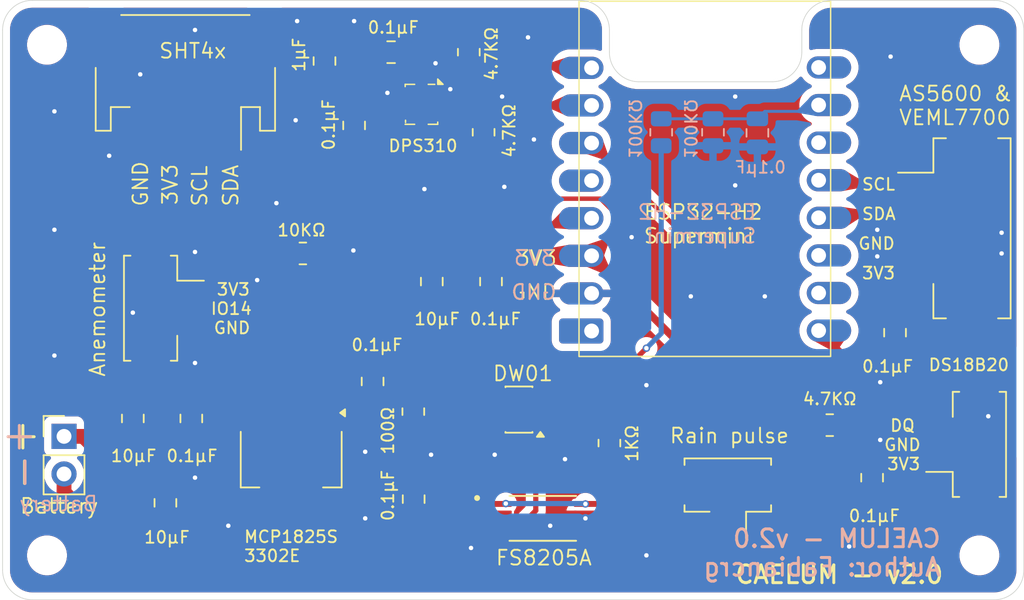
<source format=kicad_pcb>
(kicad_pcb (version 20241229) (generator "pcbnew") (generator_version "9.0")
  (layers (0 "F.Cu" signal) (2 "B.Cu" signal) (13 "F.Paste" user) (15 "B.Paste" user) (5 "F.SilkS" user "F.Silkscreen") (7 "B.SilkS" user "B.Silkscreen") (1 "F.Mask" user) (3 "B.Mask" user) (25 "Edge.Cuts" user))
  (net 0 "")
  (net 1 "Net-(U1-VCC)")
  (net 2 "BATT-")
  (net 3 "OUT-")
  (net 4 "BATT+")
  (net 5 "+3V3")
  (net 6 "Net-(U1-CS)")
  (net 8 "GPIO12")
  (net 9 "SDA")
  (net 10 "SCL")
  (net 12 "SCL_2")
  (net 13 "SDA_2")
  (net 15 "GPIO24")
  (net 16 "Net-(Q1-D12-Pad1)")
  (net 17 "Net-(Q1-G1)")
  (net 18 "Net-(Q1-G2)")
  (net 19 "unconnected-(U3-IO13-Pad5)")
  (net 22 "GPIO4")
  (net 24 "GPIO14")
  (footprint "Capacitor_SMD:C_0805_2012Metric" (layer "F.Cu") (at 72.25 29)
    (property "Reference" "C10" (hide yes))
    (property "Value" "0.1µF")
    (pad "1" smd roundrect (at -0.95 0) (size 1 1.45) (layers "F.Cu" "F.Mask" "F.Paste") (net 3 "OUT-"))
    (pad "2" smd roundrect (at 0.95 0) (size 1 1.45) (layers "F.Cu" "F.Mask" "F.Paste") (net 5 "+3V3"))
  )
  (footprint "Capacitor_SMD:C_0805_2012Metric" (layer "F.Cu") (at 75 44.5 -90)
    (property "Reference" "C7" (hide yes))
    (property "Value" "0.1µF" (hide yes))
    (pad "1" smd roundrect (at -0.95 0 270) (size 1 1.45) (layers "F.Cu" "F.Mask" "F.Paste") (net 5 "+3V3"))
    (pad "2" smd roundrect (at 0.95 0 270) (size 1 1.45) (layers "F.Cu" "F.Mask" "F.Paste") (net 3 "OUT-"))
  )
  (footprint "MountingHole:MountingHole_2.2mm_M2" (layer "F.Cu") (at 49 63)
    (property "Reference" "H2" (hide yes))
    (property "Value" "MountingHole" (hide yes))
    (pad "" np_thru_hole circle (at 0 0) (size 2.2 2.2) (drill 2.2) (layers "*.Cu" "*.Mask"))
  )
  (footprint "MountingHole:MountingHole_2.2mm_M2" (layer "F.Cu") (at 112 28.5)
    (property "Reference" "H3" (hide yes))
    (property "Value" "MountingHole" (hide yes))
    (pad "" np_thru_hole circle (at 0 0) (size 2.2 2.2) (drill 2.2) (layers "*.Cu" "*.Mask"))
  )
  (footprint "Capacitor_SMD:C_0805_2012Metric" (layer "F.Cu") (at 54.8 53.75 90)
    (property "Reference" "C4" (hide yes))
    (property "Value" "10µF")
    (pad "1" smd roundrect (at -0.95 0 90) (size 1 1.45) (layers "F.Cu" "F.Mask" "F.Paste") (net 3 "OUT-"))
    (pad "2" smd roundrect (at 0.95 0 90) (size 1 1.45) (layers "F.Cu" "F.Mask" "F.Paste") (net 5 "+3V3"))
  )
  (footprint "Connector_Hirose:Hirose_DF13C_CL535-0402-2-51_1x02-1MP_P1.25mm_Vertical" (layer "F.Cu") (at 95 59.5 180)
    (property "Reference" "J3" (hide yes))
    (property "Value" "Pulse1" (hide yes))
    (pad "1" smd rect (at -0.625 -1.45 180) (size 0.7 1.8) (layers "F.Cu" "F.Mask" "F.Paste") (net 8 "GPIO12"))
    (pad "2" smd rect (at 0.625 -1.45 180) (size 0.7 1.8) (layers "F.Cu" "F.Mask" "F.Paste") (net 5 "+3V3"))
    (pad "MP" smd rect (at -2.875 1.25 180) (size 1.6 2.2) (layers "F.Cu" "F.Mask" "F.Paste"))
    (pad "MP" smd rect (at 2.875 1.25 180) (size 1.6 2.2) (layers "F.Cu" "F.Mask" "F.Paste"))
  )
  (footprint "Resistor_SMD:R_0805_2012Metric" (layer "F.Cu") (at 77.5 29 90)
    (property "Reference" "R6" (hide yes))
    (property "Value" "4.7K")
    (pad "1" smd roundrect (at -0.9125 0 90) (size 1.025 1.4) (layers "F.Cu" "F.Mask" "F.Paste") (roundrect_rratio 0.243902) (net 9 "SDA"))
    (pad "2" smd roundrect (at 0.9125 0 90) (size 1.025 1.4) (layers "F.Cu" "F.Mask" "F.Paste") (roundrect_rratio 0.243902) (net 5 "+3V3"))
  )
  (footprint "Resistor_SMD:R_0805_2012Metric" (layer "F.Cu") (at 87 55.4125 -90)
    (property "Reference" "R2" (hide yes))
    (property "Value" "1K")
    (pad "1" smd roundrect (at -0.9125 0 270) (size 1.025 1.4) (layers "F.Cu" "F.Mask" "F.Paste") (roundrect_rratio 0.243902) (net 6 "Net-(U1-CS)"))
    (pad "2" smd roundrect (at 0.9125 0 270) (size 1.025 1.4) (layers "F.Cu" "F.Mask" "F.Paste") (roundrect_rratio 0.243902) (net 3 "OUT-"))
  )
  (footprint "Capacitor_SMD:C_0805_2012Metric" (layer "F.Cu") (at 58.75 53.75 90)
    (property "Reference" "C5" (hide yes))
    (property "Value" "0.1µF" (hide yes))
    (pad "1" smd roundrect (at -0.95 0 90) (size 1 1.45) (layers "F.Cu" "F.Mask" "F.Paste") (net 3 "OUT-"))
    (pad "2" smd roundrect (at 0.95 0 90) (size 1 1.45) (layers "F.Cu" "F.Mask" "F.Paste") (net 5 "+3V3"))
  )
  (footprint "Capacitor_SMD:C_0805_2012Metric" (layer "F.Cu") (at 79 44.5 -90)
    (property "Reference" "C6" (hide yes))
    (property "Value" "10µF")
    (pad "1" smd roundrect (at -0.95 0 270) (size 1 1.45) (layers "F.Cu" "F.Mask" "F.Paste") (net 5 "+3V3"))
    (pad "2" smd roundrect (at 0.95 0 270) (size 1 1.45) (layers "F.Cu" "F.Mask" "F.Paste") (net 3 "OUT-"))
  )
  (footprint "Capacitor_SMD:C_0805_2012Metric" (layer "F.Cu") (at 106.3 47.95 -90)
    (property "Reference" "C13" (hide yes))
    (property "Value" "0.1µF")
    (pad "1" smd roundrect (at -0.95 0 270) (size 1 1.45) (layers "F.Cu" "F.Mask" "F.Paste") (net 5 "+3V3"))
    (pad "2" smd roundrect (at 0.95 0 270) (size 1 1.45) (layers "F.Cu" "F.Mask" "F.Paste") (net 3 "OUT-"))
  )
  (footprint "MountingHole:MountingHole_2.2mm_M2" (layer "F.Cu") (at 49 28.5)
    (property "Reference" "H1" (hide yes))
    (property "Value" "MountingHole" (hide yes))
    (pad "" np_thru_hole circle (at 0 0) (size 2.2 2.2) (drill 2.2) (layers "*.Cu" "*.Mask"))
  )
  (footprint "Resistor_SMD:R_0805_2012Metric" (layer "F.Cu") (at 101.8875 54.2)
    (property "Reference" "R3" (hide yes))
    (property "Value" "4.7K")
    (pad "1" smd roundrect (at -0.9125 0) (size 1.025 1.4) (layers "F.Cu" "F.Mask" "F.Paste") (roundrect_rratio 0.243902) (net 5 "+3V3"))
    (pad "2" smd roundrect (at 0.9125 0) (size 1.025 1.4) (layers "F.Cu" "F.Mask" "F.Paste") (roundrect_rratio 0.243902) (net 15 "GPIO24"))
  )
  (footprint "Capacitor_SMD:C_0805_2012Metric" (layer "F.Cu") (at 57 59.45 90)
    (property "Reference" "C2" (hide yes))
    (property "Value" "10µF")
    (pad "1" smd roundrect (at -0.95 0 90) (size 1 1.45) (layers "F.Cu" "F.Mask" "F.Paste") (net 4 "BATT+"))
    (pad "2" smd roundrect (at 0.95 0 90) (size 1 1.45) (layers "F.Cu" "F.Mask" "F.Paste") (net 3 "OUT-"))
  )
  (footprint "Capacitor_SMD:C_0805_2012Metric" (layer "F.Cu") (at 73.775 59.2 -90)
    (property "Reference" "C1" (hide yes))
    (property "Value" "0.1µF" (hide yes))
    (pad "1" smd roundrect (at -0.95 0 270) (size 1 1.45) (layers "F.Cu" "F.Mask" "F.Paste") (net 1 "Net-(U1-VCC)"))
    (pad "2" smd roundrect (at 0.95 0 270) (size 1 1.45) (layers "F.Cu" "F.Mask" "F.Paste") (net 2 "BATT-"))
  )
  (footprint "FS8205A:SOP65P640X120-8N-FC" (layer "F.Cu") (at 82.5 60.5)
    (property "Reference" "Q1" (hide yes))
    (property "Value" "FS8205A-FC" (hide yes))
    (pad "1" smd roundrect (at -2.88 -0.975) (size 1.56 0.4) (layers "F.Cu" "F.Mask" "F.Paste") (roundrect_rratio 0.125) (net 16 "Net-(Q1-D12-Pad1)") (clearance 0.15))
    (pad "2" smd roundrect (at -2.88 -0.325) (size 1.56 0.4) (layers "F.Cu" "F.Mask" "F.Paste") (roundrect_rratio 0.125) (net 2 "BATT-") (clearance 0.15))
    (pad "3" smd roundrect (at -2.88 0.325) (size 1.56 0.4) (layers "F.Cu" "F.Mask" "F.Paste") (roundrect_rratio 0.125) (net 2 "BATT-") (clearance 0.15))
    (pad "4" smd roundrect (at -2.88 0.975) (size 1.56 0.4) (layers "F.Cu" "F.Mask" "F.Paste") (roundrect_rratio 0.125) (net 17 "Net-(Q1-G1)") (clearance 0.15))
    (pad "5" smd roundrect (at 2.88 0.975) (size 1.56 0.4) (layers "F.Cu" "F.Mask" "F.Paste") (roundrect_rratio 0.125) (net 18 "Net-(Q1-G2)") (clearance 0.15))
    (pad "6" smd roundrect (at 2.88 0.325) (size 1.56 0.4) (layers "F.Cu" "F.Mask" "F.Paste") (roundrect_rratio 0.125) (net 3 "OUT-") (clearance 0.15))
    (pad "7" smd roundrect (at 2.88 -0.325) (size 1.56 0.4) (layers "F.Cu" "F.Mask" "F.Paste") (roundrect_rratio 0.125) (net 3 "OUT-") (clearance 0.15))
    (pad "8" smd roundrect (at 2.88 -0.975) (size 1.56 0.4) (layers "F.Cu" "F.Mask" "F.Paste") (roundrect_rratio 0.125) (net 16 "Net-(Q1-D12-Pad1)") (clearance 0.15))
  )
  (footprint "Package_TO_SOT_SMD:SOT-223-3_TabPin2" (layer "F.Cu") (at 65.5 56.5 -90)
    (property "Reference" "U2" (hide yes))
    (property "Value" "MCP1825S" (hide yes))
    (pad "1" smd roundrect (at -3.15 -2.3 270) (size 2 1.5) (layers "F.Cu" "F.Mask" "F.Paste") (net 4 "BATT+"))
    (pad "2" smd roundrect (at -3.15 0 270) (size 2 1.5) (layers "F.Cu" "F.Mask" "F.Paste") (net 3 "OUT-"))
    (pad "2" smd roundrect (at 3.15 0 270) (size 2 3.8) (layers "F.Cu" "F.Mask" "F.Paste") (net 3 "OUT-"))
    (pad "3" smd roundrect (at -3.15 2.3 270) (size 2 1.5) (layers "F.Cu" "F.Mask" "F.Paste") (net 5 "+3V3"))
  )
  (footprint "Resistor_SMD:R_0805_2012Metric" (layer "F.Cu") (at 66.2875 42.6)
    (property "Reference" "R8" (hide yes))
    (property "Value" "10K")
    (pad "1" smd roundrect (at -0.9125 0) (size 1.025 1.4) (layers "F.Cu" "F.Mask" "F.Paste") (roundrect_rratio 0.243902) (net 5 "+3V3"))
    (pad "2" smd roundrect (at 0.9125 0) (size 1.025 1.4) (layers "F.Cu" "F.Mask" "F.Paste") (roundrect_rratio 0.243902) (net 24 "GPIO14"))
  )
  (footprint "Connector_Hirose:Hirose_DF13C_CL535-0403-5-51_1x03-1MP_P1.25mm_Vertical" (layer "F.Cu") (at 110.75 55.5 90)
    (property "Reference" "J8" (hide yes))
    (property "Value" "DS18B20" (hide yes))
    (pad "1" smd rect (at -1.25 -1.45 90) (size 0.7 1.8) (layers "F.Cu" "F.Mask" "F.Paste") (net 5 "+3V3"))
    (pad "2" smd rect (at 0 -1.45 90) (size 0.7 1.8) (layers "F.Cu" "F.Mask" "F.Paste") (net 3 "OUT-"))
    (pad "3" smd rect (at 1.25 -1.45 90) (size 0.7 1.8) (layers "F.Cu" "F.Mask" "F.Paste") (net 15 "GPIO24"))
    (pad "MP" smd rect (at -3.5 1.25 90) (size 1.6 2.2) (layers "F.Cu" "F.Mask" "F.Paste"))
    (pad "MP" smd rect (at 3.5 1.25 90) (size 1.6 2.2) (layers "F.Cu" "F.Mask" "F.Paste"))
  )
  (footprint "Package_LGA:Bosch_LGA-8_2x2.5mm_P0.65mm_ClockwisePinNumbering" (layer "F.Cu") (at 74.3 32.525 -90)
    (property "Reference" "U4" (hide yes))
    (property "Value" "~")
    (pad "1" smd rect (at -0.975 -0.8) (size 0.5 0.35) (layers "F.Cu" "F.Mask" "F.Paste") (net 3 "OUT-"))
    (pad "2" smd rect (at -0.325 -0.8) (size 0.5 0.35) (layers "F.Cu" "F.Mask" "F.Paste") (net 5 "+3V3"))
    (pad "3" smd rect (at 0.325 -0.8) (size 0.5 0.35) (layers "F.Cu" "F.Mask" "F.Paste") (net 9 "SDA"))
    (pad "4" smd rect (at 0.975 -0.8) (size 0.5 0.35) (layers "F.Cu" "F.Mask" "F.Paste") (net 10 "SCL"))
    (pad "5" smd rect (at 0.975 0.8) (size 0.5 0.35) (layers "F.Cu" "F.Mask" "F.Paste") (net 5 "+3V3"))
    (pad "6" smd rect (at 0.325 0.8) (size 0.5 0.35) (layers "F.Cu" "F.Mask" "F.Paste") (net 5 "+3V3"))
    (pad "7" smd rect (at -0.325 0.8) (size 0.5 0.35) (layers "F.Cu" "F.Mask" "F.Paste") (net 3 "OUT-"))
    (pad "8" smd rect (at -0.975 0.8) (size 0.5 0.35) (layers "F.Cu" "F.Mask" "F.Paste") (net 5 "+3V3"))
  )
  (footprint "Connector_PinHeader_2.54mm:PinHeader_1x02_P2.54mm_Vertical" (layer "F.Cu") (at 50.15 54.96)
    (property "Reference" "J4" (hide yes))
    (property "Value" "Batt")
    (pad "1" thru_hole rect (at 0 0) (size 1.7 1.7) (drill 1) (layers "*.Cu" "*.Mask") (net 4 "BATT+"))
    (pad "2" thru_hole circle (at 0 2.54) (size 1.7 1.7) (drill 1) (layers "*.Cu" "*.Mask") (net 2 "BATT-"))
  )
  (footprint "MountingHole:MountingHole_2.2mm_M2" (layer "F.Cu") (at 112 63)
    (property "Reference" "H4" (hide yes))
    (property "Value" "MountingHole" (hide yes))
    (pad "" np_thru_hole circle (at 0 0) (size 2.2 2.2) (drill 2.2) (layers "*.Cu" "*.Mask"))
  )
  (footprint "Capacitor_SMD:C_0805_2012Metric" (layer "F.Cu") (at 69.75 33.95 -90)
    (property "Reference" "C12" (hide yes))
    (property "Value" "0.1µF")
    (pad "1" smd roundrect (at -0.95 0 270) (size 1 1.45) (layers "F.Cu" "F.Mask" "F.Paste") (net 5 "+3V3"))
    (pad "2" smd roundrect (at 0.95 0 270) (size 1 1.45) (layers "F.Cu" "F.Mask" "F.Paste") (net 3 "OUT-"))
  )
  (footprint "esp32-h2-supermini:ESP32H2-Supermini" (layer "F.Cu") (at 92.947363 50.559822)
    (property "Reference" "U3" (hide yes))
    (property "Value" "ESP32-H2-SUPERMINI" (hide yes))
    (pad "2" thru_hole oval (at -7.15 -20.5 180) (size 3 1.5) (drill 1 (offset 0.7 0)) (layers "*.Cu" "*.Mask") (net 9 "SDA"))
    (pad "3" thru_hole oval (at -7.15 -17.96 180) (size 3 1.5) (drill 1 (offset 0.7 0)) (layers "*.Cu" "*.Mask") (net 10 "SCL"))
    (pad "4" thru_hole oval (at -7.15 -15.42 180) (size 3 1.5) (drill 1 (offset 0.7 0)) (layers "*.Cu" "*.Mask") (net 8 "GPIO12"))
    (pad "5" thru_hole oval (at -7.15 -12.88 180) (size 3 1.5) (drill 1 (offset 0.7 0)) (layers "*.Cu" "*.Mask") (net 19 "unconnected-(U3-IO13-Pad5)"))
    (pad "6" thru_hole oval (at -7.15 -10.34 180) (size 3 1.5) (drill 1 (offset 0.7 0)) (layers "*.Cu" "*.Mask") (net 24 "GPIO14"))
    (pad "7" thru_hole oval (at -7.15 -7.8 180) (size 3 1.5) (drill 1 (offset 0.7 0)) (layers "*.Cu" "*.Mask") (net 5 "+3V3"))
    (pad "8" thru_hole oval (at -7.15 -5.26 180) (size 3 1.5) (drill 1 (offset 0.7 0)) (layers "*.Cu" "*.Mask") (net 3 "OUT-"))
    (pad "9" thru_hole roundrect (at -7.15 -2.72 180) (size 3 1.7) (drill 1 (offset 0.7 0)) (layers "*.Cu" "*.Mask") (roundrect_rratio 0.1470588235))
    (pad "12" thru_hole oval (at 8.188242 -20.527323) (size 3 1.5) (drill 1 (offset 0.7 0)) (layers "*.Cu" "*.Mask"))
    (pad "13" thru_hole oval (at 8.188242 -17.987323) (size 3 1.5) (drill 1 (offset 0.7 0)) (layers "*.Cu" "*.Mask") (net 22 "GPIO4"))
    (pad "14" thru_hole oval (at 8.188242 -15.447323) (size 3 1.5) (drill 1 (offset 0.7 0)) (layers "*.Cu" "*.Mask"))
    (pad "15" thru_hole oval (at 8.188242 -12.907323) (size 3 1.5) (drill 1 (offset 0.7 0)) (layers "*.Cu" "*.Mask") (net 12 "SCL_2"))
    (pad "16" thru_hole oval (at 8.188242 -10.367323) (size 3 1.5) (drill 1 (offset 0.7 0)) (layers "*.Cu" "*.Mask") (net 13 "SDA_2"))
    (pad "17" thru_hole oval (at 8.188242 -7.827323) (size 3 1.5) (drill 1 (offset 0.7 0)) (layers "*.Cu" "*.Mask"))
    (pad "18" thru_hole oval (at 8.188242 -5.287323) (size 3 1.5) (drill 1 (offset 0.7 0)) (layers "*.Cu" "*.Mask"))
    (pad "19" thru_hole oval (at 8.188242 -2.747323) (size 3 1.5) (drill 1 (offset 0.7 0)) (layers "*.Cu" "*.Mask") (net 15 "GPIO24"))
  )
  (footprint "Capacitor_SMD:C_0805_2012Metric" (layer "F.Cu") (at 104.75 57.75 90)
    (property "Reference" "C8" (hide yes))
    (property "Value" "0.1µF")
    (pad "1" smd roundrect (at -0.95 0 90) (size 1 1.45) (layers "F.Cu" "F.Mask" "F.Paste") (net 3 "OUT-"))
    (pad "2" smd roundrect (at 0.95 0 90) (size 1 1.45) (layers "F.Cu" "F.Mask" "F.Paste") (net 5 "+3V3"))
  )
  (footprint "Resistor_SMD:R_0805_2012Metric" (layer "F.Cu") (at 73.75 53.2875 -90)
    (property "Reference" "R1" (hide yes))
    (property "Value" "100R")
    (pad "1" smd roundrect (at -0.9125 0 270) (size 1.025 1.4) (layers "F.Cu" "F.Mask" "F.Paste") (roundrect_rratio 0.243902) (net 4 "BATT+"))
    (pad "2" smd roundrect (at 0.9125 0 270) (size 1.025 1.4) (layers "F.Cu" "F.Mask" "F.Paste") (roundrect_rratio 0.243902) (net 1 "Net-(U1-VCC)"))
  )
  (footprint "Resistor_SMD:R_0805_2012Metric" (layer "F.Cu") (at 78.5 34.4125 -90)
    (property "Reference" "R7" (hide yes))
    (property "Value" "4.7K")
    (pad "1" smd roundrect (at -0.9125 0 270) (size 1.025 1.4) (layers "F.Cu" "F.Mask" "F.Paste") (roundrect_rratio 0.243902) (net 10 "SCL"))
    (pad "2" smd roundrect (at 0.9125 0 270) (size 1.025 1.4) (layers "F.Cu" "F.Mask" "F.Paste") (roundrect_rratio 0.243902) (net 5 "+3V3"))
  )
  (footprint "Capacitor_SMD:C_0805_2012Metric" (layer "F.Cu") (at 67.75 29.6 -90)
    (property "Reference" "C11" (hide yes))
    (property "Value" "1µF")
    (pad "1" smd roundrect (at -0.95 0 270) (size 1 1.45) (layers "F.Cu" "F.Mask" "F.Paste") (net 3 "OUT-"))
    (pad "2" smd roundrect (at 0.95 0 270) (size 1 1.45) (layers "F.Cu" "F.Mask" "F.Paste") (net 5 "+3V3"))
  )
  (footprint "Connector_JST:JST_PH_S4B-PH-SM4-TB_1x04-1MP_P2.00mm_Horizontal" (layer "F.Cu") (at 58.35 31 180)
    (property "Reference" "J7" (hide yes))
    (property "Value" "I2C BUS1" (hide yes))
    (pad "1" smd roundrect (at -3 -2.85 180) (size 1 3.5) (layers "F.Cu" "F.Mask" "F.Paste") (net 9 "SDA"))
    (pad "2" smd roundrect (at -1 -2.85 180) (size 1 3.5) (layers "F.Cu" "F.Mask" "F.Paste") (net 10 "SCL"))
    (pad "3" smd roundrect (at 1 -2.85 180) (size 1 3.5) (layers "F.Cu" "F.Mask" "F.Paste") (net 5 "+3V3"))
    (pad "4" smd roundrect (at 3 -2.85 180) (size 1 3.5) (layers "F.Cu" "F.Mask" "F.Paste") (net 3 "OUT-"))
    (pad "MP" smd roundrect (at -5.35 2.9 180) (size 1.5 3.4) (layers "F.Cu" "F.Mask" "F.Paste") (roundrect_rratio 0.166667))
    (pad "MP" smd roundrect (at 5.35 2.9 180) (size 1.5 3.4) (layers "F.Cu" "F.Mask" "F.Paste") (roundrect_rratio 0.166667))
  )
  (footprint "Connector_Hirose:Hirose_DF13C_CL535-0403-5-51_1x03-1MP_P1.25mm_Vertical" (layer "F.Cu") (at 57.25 46.3 -90)
    (property "Reference" "J1" (hide yes))
    (property "Value" "SS445P" (hide yes))
    (pad "1" smd rect (at -1.25 -1.45 270) (size 0.7 1.8) (layers "F.Cu" "F.Mask" "F.Paste") (net 5 "+3V3"))
    (pad "2" smd rect (at 0 -1.45 270) (size 0.7 1.8) (layers "F.Cu" "F.Mask" "F.Paste") (net 24 "GPIO14"))
    (pad "3" smd rect (at 1.25 -1.45 270) (size 0.7 1.8) (layers "F.Cu" "F.Mask" "F.Paste") (net 3 "OUT-"))
    (pad "MP" smd rect (at -3.5 1.25 270) (size 1.6 2.2) (layers "F.Cu" "F.Mask" "F.Paste"))
    (pad "MP" smd rect (at 3.5 1.25 270) (size 1.6 2.2) (layers "F.Cu" "F.Mask" "F.Paste"))
  )
  (footprint "Capacitor_SMD:C_0805_2012Metric" (layer "F.Cu") (at 71 51.25 90)
    (property "Reference" "C3" (hide yes))
    (property "Value" "0.1µF" (hide yes))
    (pad "1" smd roundrect (at -0.95 0 90) (size 1 1.45) (layers "F.Cu" "F.Mask" "F.Paste") (net 4 "BATT+"))
    (pad "2" smd roundrect (at 0.95 0 90) (size 1 1.45) (layers "F.Cu" "F.Mask" "F.Paste") (net 3 "OUT-"))
  )
  (footprint "Package_TO_SOT_SMD:SOT-23-6" (layer "F.Cu") (at 80.8875 53.15 180)
    (property "Reference" "U1" (hide yes))
    (property "Value" "DW01A" (hide yes))
    (pad "1" smd roundrect (at -1.1375 -0.95 180) (size 1.325 0.6) (layers "F.Cu" "F.Mask" "F.Paste") (net 17 "Net-(Q1-G1)"))
    (pad "2" smd roundrect (at -1.1375 0 180) (size 1.325 0.6) (layers "F.Cu" "F.Mask" "F.Paste") (net 6 "Net-(U1-CS)"))
    (pad "3" smd roundrect (at -1.1375 0.95 180) (size 1.325 0.6) (layers "F.Cu" "F.Mask" "F.Paste") (net 18 "Net-(Q1-G2)"))
    (pad "4" smd roundrect (at 1.1375 0.95 180) (size 1.325 0.6) (layers "F.Cu" "F.Mask" "F.Paste"))
    (pad "5" smd roundrect (at 1.1375 0 180) (size 1.325 0.6) (layers "F.Cu" "F.Mask" "F.Paste") (net 1 "Net-(U1-VCC)"))
    (pad "6" smd roundrect (at 1.1375 -0.95 180) (size 1.325 0.6) (layers "F.Cu" "F.Mask" "F.Paste") (net 2 "BATT-"))
  )
  (footprint "Connector_JST:JST_PH_B4B-PH-SM4-TB_1x04-1MP_P2.00mm_Vertical" (layer "F.Cu") (at 109.75 40.9 -90)
    (property "Reference" "J2" (hide yes))
    (property "Value" "i2C Bus2")
    (pad "1" smd roundrect (at -3 0.5 270) (size 1 5.5) (layers "F.Cu" "F.Mask" "F.Paste") (net 12 "SCL_2"))
    (pad "2" smd roundrect (at -1 0.5 270) (size 1 5.5) (layers "F.Cu" "F.Mask" "F.Paste") (net 13 "SDA_2"))
    (pad "3" smd roundrect (at 1 0.5 270) (size 1 5.5) (layers "F.Cu" "F.Mask" "F.Paste") (net 3 "OUT-"))
    (pad "4" smd roundrect (at 3 0.5 270) (size 1 5.5) (layers "F.Cu" "F.Mask" "F.Paste") (net 5 "+3V3"))
    (pad "MP" smd roundrect (at -5.4 -1.75 270) (size 1.6 3) (layers "F.Cu" "F.Mask" "F.Paste") (roundrect_rratio 0.15625))
    (pad "MP" smd roundrect (at 5.4 -1.75 270) (size 1.6 3) (layers "F.Cu" "F.Mask" "F.Paste") (roundrect_rratio 0.15625))
  )
  (footprint "Resistor_SMD:R_0805_2012Metric" (layer "B.Cu") (at 90.5 34.4125 -90)
    (property "Reference" "R4" (hide yes))
    (property "Value" "100K")
    (pad "1" smd roundrect (at -0.9125 0 270) (size 1.025 1.4) (layers "B.Cu" "B.Mask" "B.Paste") (roundrect_rratio 0.243902) (net 22 "GPIO4"))
    (pad "2" smd roundrect (at 0.9125 0 270) (size 1.025 1.4) (layers "B.Cu" "B.Mask" "B.Paste") (roundrect_rratio 0.243902) (net 4 "BATT+"))
  )
  (footprint "Resistor_SMD:R_0805_2012Metric" (layer "B.Cu") (at 94 34.4125 90)
    (property "Reference" "R5" (hide yes))
    (property "Value" "100K")
    (pad "1" smd roundrect (at -0.9125 0 90) (size 1.025 1.4) (layers "B.Cu" "B.Mask" "B.Paste") (roundrect_rratio 0.243902) (net 3 "OUT-"))
    (pad "2" smd roundrect (at 0.9125 0 90) (size 1.025 1.4) (layers "B.Cu" "B.Mask" "B.Paste") (roundrect_rratio 0.243902) (net 22 "GPIO4"))
  )
  (footprint "Capacitor_SMD:C_0805_2012Metric" (layer "B.Cu") (at 97 34.45 -90)
    (property "Reference" "C9" (hide yes))
    (property "Value" "0.1µF")
    (pad "1" smd roundrect (at -0.95 0 270) (size 1 1.45) (layers "B.Cu" "B.Mask" "B.Paste") (net 22 "GPIO4"))
    (pad "2" smd roundrect (at 0.95 0 270) (size 1 1.45) (layers "B.Cu" "B.Mask" "B.Paste") (net 3 "OUT-"))
  )
  (gr_line (start 79.85 54.2) (end 79.75 54.1) (stroke (width 0.2)) (layer "F.Cu") (net 2))
  (gr_line (start 79.75 54.1) (end 79.35 54.3) (stroke (width 0.2)) (layer "F.Cu") (net 2))
  (gr_line (start 100 27.5) (end 100 29) (stroke (width 0.05)) (layer "Edge.Cuts"))
  (gr_arc (start 115 64) (mid 114.414214 65.414214) (end 113 66) (stroke (width 0.05)) (layer "Edge.Cuts"))
  (gr_arc (start 113 25.5) (mid 114.414214 26.085786) (end 115 27.5) (stroke (width 0.05)) (layer "Edge.Cuts"))
  (gr_line (start 87 27.5) (end 87 29) (stroke (width 0.05)) (layer "Edge.Cuts"))
  (gr_line (start 115 64) (end 115 27.5) (stroke (width 0.05)) (layer "Edge.Cuts"))
  (gr_arc (start 46 27.5) (mid 46.585786 26.085786) (end 48 25.5) (stroke (width 0.05)) (layer "Edge.Cuts"))
  (gr_line (start 48 25.5) (end 85 25.5) (stroke (width 0.05)) (layer "Edge.Cuts"))
  (gr_arc (start 100 29) (mid 99.414214 30.414214) (end 98 31) (stroke (width 0.05)) (layer "Edge.Cuts"))
  (gr_line (start 89 31) (end 98 31) (stroke (width 0.05)) (layer "Edge.Cuts"))
  (gr_arc (start 85 25.5) (mid 86.414214 26.085786) (end 87 27.5) (stroke (width 0.05)) (layer "Edge.Cuts"))
  (gr_line (start 113 25.5) (end 102 25.5) (stroke (width 0.05)) (layer "Edge.Cuts"))
  (gr_line (start 46 27.5) (end 46 64) (stroke (width 0.05)) (layer "Edge.Cuts"))
  (gr_arc (start 89 31) (mid 87.585786 30.414214) (end 87 29) (stroke (width 0.05)) (layer "Edge.Cuts"))
  (gr_arc (start 48 66) (mid 46.585786 65.414214) (end 46 64) (stroke (width 0.05)) (layer "Edge.Cuts"))
  (gr_line (start 48 66) (end 113 66) (stroke (width 0.05)) (layer "Edge.Cuts"))
  (gr_arc (start 100 27.5) (mid 100.585786 26.085786) (end 102 25.5) (stroke (width 0.05)) (layer "Edge.Cuts"))
  (gr_text "3V3" (at 104 44.4 0) (layer "F.SilkS") (effects (font (size 0.8 0.8) (thickness 0.125)) (justify left bottom)))
  (gr_text "Battery" (at 47.1 60.25 0) (layer "F.SilkS") (effects (font (size 1 1) (thickness 0.125)) (justify left bottom)))
  (gr_text "1µF" (at 66.5 30.4 90) (layer "F.SilkS") (effects (font (size 0.8 0.8) (thickness 0.125)) (justify left bottom)))
  (gr_text "DQ" (at 105.9 54.7 0) (layer "F.SilkS") (effects (font (size 0.8 0.8) (thickness 0.125)) (justify left bottom)))
  (gr_text "CAELUM - v2.0" (at 95.4 65 0) (layer "F.SilkS") (effects (font (size 1.2 1.2) (thickness 0.2) (bold yes)) (justify left bottom)))
  (gr_text "1KΩ" (at 89 56.75 90) (layer "F.SilkS") (effects (font (size 0.8 0.8) (thickness 0.125)) (justify left bottom)))
  (gr_text "IO14" (at 60 46.8 0) (layer "F.SilkS") (effects (font (size 0.8 0.8) (thickness 0.125)) (justify left bottom)))
  (gr_text "DPS310" (at 72 35.8 0) (layer "F.SilkS") (effects (font (size 0.8 0.8) (thickness 0.125)) (justify left bottom)))
  (gr_text "AS5600 &\nVEML7700" (at 106.5 34 0) (layer "F.SilkS") (effects (font (size 1 1) (thickness 0.125)) (justify left bottom)))
  (gr_text "GND" (at 105.5 56 0) (layer "F.SilkS") (effects (font (size 0.8 0.8) (thickness 0.125)) (justify left bottom)))
  (gr_text "SCL" (at 59.9 39.5 90) (layer "F.SilkS") (effects (font (size 1 1) (thickness 0.125)) (justify left bottom)))
  (gr_text "0.1µF" (at 72.5 60.75 90) (layer "F.SilkS") (effects (font (size 0.8 0.8) (thickness 0.125)) (justify left bottom)))
  (gr_text "SDA" (at 104 40.4 0) (layer "F.SilkS") (effects (font (size 0.8 0.8) (thickness 0.125)) (justify left bottom)))
  (gr_text "MCP1825S\n3302E" (at 62.25 63.5 0) (layer "F.SilkS") (effects (font (size 0.8 0.8) (thickness 0.125)) (justify left bottom)))
  (gr_text "10µF" (at 53.25 56.75 0) (layer "F.SilkS") (effects (font (size 0.8 0.8) (thickness 0.125)) (justify left bottom)))
  (gr_text "0.1µF" (at 77.5 47.5 0) (layer "F.SilkS") (effects (font (size 0.8 0.8) (thickness 0.125)) (justify left bottom)))
  (gr_text "10KΩ" (at 64.5 41.5 0) (layer "F.SilkS") (effects (font (size 0.8 0.8) (thickness 0.125)) (justify left bottom)))
  (gr_text "0.1µF" (at 103.1 60.8 0) (layer "F.SilkS") (effects (font (size 0.8 0.8) (thickness 0.125)) (justify left bottom)))
  (gr_text "3V3" (at 57.9 39.4 90) (layer "F.SilkS") (effects (font (size 1 1) (thickness 0.125)) (justify left bottom)))
  (gr_text "0.1µF" (at 69.5 49.25 0) (layer "F.SilkS") (effects (font (size 0.8 0.8) (thickness 0.125)) (justify left bottom)))
  (gr_text "GND" (at 103.75 42.4 0) (layer "F.SilkS") (effects (font (size 0.8 0.8) (thickness 0.125)) (justify left bottom)))
  (gr_text "GND" (at 60.2 48.1 0) (layer "F.SilkS") (effects (font (size 0.8 0.8) (thickness 0.125)) (justify left bottom)))
  (gr_text "GND" (at 80.3 45.8 0) (layer "F.SilkS") (effects (font (size 1 1) (thickness 0.125)) (justify left bottom)))
  (gr_text "3V3" (at 105.7 57.3 0) (layer "F.SilkS") (effects (font (size 0.8 0.8) (thickness 0.125)) (justify left bottom)))
  (gr_text "SCL" (at 104 38.4 0) (layer "F.SilkS") (effects (font (size 0.8 0.8) (thickness 0.125)) (justify left bottom)))
  (gr_text "4.7KΩ" (at 79.5 31 90) (layer "F.SilkS") (effects (font (size 0.8 0.8) (thickness 0.125)) (justify left bottom)))
  (gr_text "100Ω" (at 72.5 56.25 90) (layer "F.SilkS") (effects (font (size 0.8 0.8) (thickness 0.125)) (justify left bottom)))
  (gr_text "DS18B20" (at 108.5 50.6 0) (layer "F.SilkS") (effects (font (size 0.8 0.8) (thickness 0.125)) (justify left bottom)))
  (gr_text "GND" (at 55.9 39.5 90) (layer "F.SilkS") (effects (font (size 1 1) (thickness 0.125)) (justify left bottom)))
  (gr_text "4.7KΩ" (at 80.7 36.2 90) (layer "F.SilkS") (effects (font (size 0.8 0.8) (thickness 0.125)) (justify left bottom)))
  (gr_text "FS8205A" (at 79.25 63.75 0) (layer "F.SilkS") (effects (font (size 1 1) (thickness 0.125)) (justify left bottom)))
  (gr_text "0.1µF" (at 68.5 35.7 90) (layer "F.SilkS") (effects (font (size 0.8 0.8) (thickness 0.125)) (justify left bottom)))
  (gr_text "0.1µF" (at 70.6 27.8 0) (layer "F.SilkS") (effects (font (size 0.8 0.8) (thickness 0.125)) (justify left bottom)))
  (gr_text "10µF" (at 55.5 62.25 0) (layer "F.SilkS") (effects (font (size 0.8 0.8) (thickness 0.125)) (justify left bottom)))
  (gr_text "3V3" (at 80.6 43.5 0) (layer "F.SilkS") (effects (font (size 1 1) (thickness 0.125)) (justify left bottom)))
  (gr_text "+" (at 46 56 0) (layer "F.SilkS") (effects (font (size 2 2) (thickness 0.2)) (justify left bottom)))
  (gr_text "SHT4x" (at 56.5 29.5 0) (layer "F.SilkS") (effects (font (size 1 1) (thickness 0.125)) (justify left bottom)))
  (gr_text "SDA" (at 62 39.5 90) (layer "F.SilkS") (effects (font (size 1 1) (thickness 0.125)) (justify left bottom)))
  (gr_text "Rain pulse" (at 91 55.5 0) (layer "F.SilkS") (effects (font (size 1 1) (thickness 0.125)) (justify left bottom)))
  (gr_text "DW01" (at 79.05 51.3 0) (layer "F.SilkS") (effects (font (size 1 1) (thickness 0.125)) (justify left bottom)))
  (gr_text "0.1µF" (at 104 50.7 0) (layer "F.SilkS") (effects (font (size 0.8 0.8) (thickness 0.125)) (justify left bottom)))
  (gr_text "Anemometer" (at 53 51 90) (layer "F.SilkS") (effects (font (size 1 1) (thickness 0.125)) (justify left bottom)))
  (gr_text "ESP32-H2 \nSupermini" (at 89.25 42 0) (layer "F.SilkS") (effects (font (size 1 1) (thickness 0.125)) (justify left bottom)))
  (gr_text "10µF" (at 73.75 47.5 0) (layer "F.SilkS") (effects (font (size 0.8 0.8) (thickness 0.125)) (justify left bottom)))
  (gr_text "4.7KΩ" (at 100 52.9 0) (layer "F.SilkS") (effects (font (size 0.8 0.8) (thickness 0.125)) (justify left bottom)))
  (gr_text "3V3" (at 60.4 45.5 0) (layer "F.SilkS") (effects (font (size 0.8 0.8) (thickness 0.125)) (justify left bottom)))
  (gr_text "-" (at 48.5 58.75 90) (layer "F.SilkS") (effects (font (size 2 2) (thickness 0.2)) (justify left bottom)))
  (gr_text "0.1µF" (at 57 56.75 0) (layer "F.SilkS") (effects (font (size 0.8 0.8) (thickness 0.125)) (justify left bottom)))
  (gr_text "+" (at 48.5 56 -0) (layer "B.SilkS") (effects (font (size 2 2) (thickness 0.2)) (justify left bottom mirror)))
  (gr_text "GND" (at 83.5 45.8 -0) (layer "B.SilkS") (effects (font (size 1 1) (thickness 0.125)) (justify left bottom mirror)))
  (gr_text "-" (at 46.5 58.75 -90) (layer "B.SilkS") (effects (font (size 2 2) (thickness 0.2)) (justify left bottom mirror)))
  (gr_text "3V3" (at 83.4 43.5 -0) (layer "B.SilkS") (effects (font (size 1 1) (thickness 0.125)) (justify left bottom mirror)))
  (gr_text "100KΩ" (at 88.25 36.25 -90) (layer "B.SilkS") (effects (font (size 0.8 0.8) (thickness 0.125)) (justify left bottom mirror)))
  (gr_text "CAELUM - v2.0\nAuthor: Fabiancrg" (at 109.5 64.5 0) (layer "B.SilkS") (effects (font (size 1.2 1.2) (thickness 0.2) (bold yes)) (justify left bottom mirror)))
  (gr_text "100KΩ" (at 92 36.25 -90) (layer "B.SilkS") (effects (font (size 0.8 0.8) (thickness 0.125)) (justify left bottom mirror)))
  (gr_text "0.1µF" (at 99 37.25 -0) (layer "B.SilkS") (effects (font (size 0.8 0.8) (thickness 0.125)) (justify left bottom mirror)))
  (gr_text "Battery" (at 52.5 60.1 0) (layer "B.SilkS") (effects (font (size 1 1) (thickness 0.125)) (justify left bottom mirror)))
  (gr_text "ESP32-H2 \nSupermini" (at 97 42 -0) (layer "B.SilkS") (effects (font (size 1 1) (thickness 0.125)) (justify left bottom mirror)))
  (segment (start 73.75 54.2) (end 75.55 54.2) (width 0.4) (layer "F.Cu") (net 1))
  (segment (start 76.6 53.15) (end 79.75 53.15) (width 0.4) (layer "F.Cu") (net 1))
  (segment (start 73.775 54.225) (end 73.75 54.2) (width 0.4) (layer "F.Cu") (net 1))
  (segment (start 73.775 57.725) (end 73.775 54.225) (width 0.4) (layer "F.Cu") (net 1))
  (segment (start 75.55 54.2) (end 76.6 53.15) (width 0.4) (layer "F.Cu") (net 1))
  (segment (start 77.5 60.325) (end 78 60.825) (width 0.35) (layer "F.Cu") (net 2))
  (segment (start 76.5 55.5) (end 76.5 59) (width 0.5) (layer "F.Cu") (net 2))
  (segment (start 77.325 60.825) (end 76.65 60.15) (width 0.35) (layer "F.Cu") (net 2))
  (segment (start 79.62 60.825) (end 79.62 60.175) (width 0.35) (layer "F.Cu") (net 2))
  (segment (start 79.62 60.175) (end 78 60.175) (width 0.35) (layer "F.Cu") (net 2))
  (segment (start 77.35 60.825) (end 78 60.175) (width 0.35) (layer "F.Cu") (net 2))
  (segment (start 71 64) (end 73.775 61.225) (width 1) (layer "F.Cu") (net 2))
  (segment (start 77.075 59.75) (end 77.5 60.175) (width 0.35) (layer "F.Cu") (net 2))
  (segment (start 76.65 60.15) (end 77 60.5) (width 1) (layer "F.Cu") (net 2))
  (segment (start 73.775 61.225) (end 73.775 60.15) (width 1) (layer "F.Cu") (net 2))
  (segment (start 76.5 59) (end 75.75 59.75) (width 0.5) (layer "F.Cu") (net 2))
  (segment (start 78 60.175) (end 77.5 60.175) (width 0.35) (layer "F.Cu") (net 2))
  (segment (start 78 60.175) (end 78 60.825) (width 0.35) (layer "F.Cu") (net 2))
  (segment (start 77.5 60.825) (end 77.325 60.825) (width 0.35) (layer "F.Cu") (net 2))
  (segment (start 78 60.825) (end 77.5 60.825) (width 0.35) (layer "F.Cu") (net 2))
  (segment (start 75.375 60.175) (end 75.35 60.15) (width 0.4) (layer "F.Cu") (net 2))
  (segment (start 77.9 54.1) (end 76.5 55.5) (width 0.5) (layer "F.Cu") (net 2))
  (segment (start 55.4 64) (end 71 64) (width 1) (layer "F.Cu") (net 2))
  (segment (start 50.15 58.75) (end 55.4 64) (width 1) (layer "F.Cu") (net 2))
  (segment (start 76.65 60.15) (end 76 60.15) (width 1) (layer "F.Cu") (net 2))
  (segment (start 76.675 60.825) (end 76 60.15) (width 0.35) (layer "F.Cu") (net 2))
  (segment (start 77.325 60.825) (end 77.35 60.825) (width 0.35) (layer "F.Cu") (net 2))
  (segment (start 77.5 60.175) (end 77.5 60.325) (width 0.35) (layer "F.Cu") (net 2))
  (segment (start 76.675 60.175) (end 76.65 60.15) (width 0.35) (layer "F.Cu") (net 2))
  (segment (start 79.62 60.825) (end 78 60.825) (width 0.35) (layer "F.Cu") (net 2))
  (segment (start 75.75 59.75) (end 77.075 59.75) (width 0.35) (layer "F.Cu") (net 2))
  (segment (start 50.15 57.5) (end 50.15 58.75) (width 1) (layer "F.Cu") (net 2))
  (segment (start 75.75 59.75) (end 75.35 60.15) (width 0.5) (layer "F.Cu") (net 2))
  (segment (start 77.5 60.825) (end 76.675 60.825) (width 0.35) (layer "F.Cu") (net 2))
  (segment (start 76 60.15) (end 73.775 60.15) (width 1) (layer "F.Cu") (net 2))
  (segment (start 79.75 54.1) (end 77.9 54.1) (width 0.5) (layer "F.Cu") (net 2))
  (segment (start 75.35 60.15) (end 73.775 60.15) (width 0.5) (layer "F.Cu") (net 2))
  (segment (start 77.5 60.175) (end 76.675 60.175) (width 0.35) (layer "F.Cu") (net 2))
  (segment (start 74.66848 31.55) (end 75.1 31.55) (width 0.2) (layer "F.Cu") (net 3))
  (segment (start 73.5 32.2) (end 74.01848 32.2) (width 0.2) (layer "F.Cu") (net 3))
  (segment (start 72.45 32.2) (end 72 31.75) (width 0.35) (layer "F.Cu") (net 3))
  (segment (start 76.2 31.55) (end 76.25 31.5) (width 0.35) (layer "F.Cu") (net 3))
  (segment (start 75.1 31.55) (end 76.2 31.55) (width 0.35) (layer "F.Cu") (net 3))
  (segment (start 85.38 60.5) (end 85.38 60.251) (width 0.35) (layer "F.Cu") (net 3))
  (segment (start 74.01848 32.2) (end 74.66848 31.55) (width 0.2) (layer "F.Cu") (net 3))
  (segment (start 73.5 32.2) (end 72.45 32.2) (width 0.35) (layer "F.Cu") (net 3))
  (segment (start 85.38 60.825) (end 85.38 60.5) (width 0.35) (layer "F.Cu") (net 3))
  (via (at 59 42.5) (size 0.6) (drill 0.3) (layers "F.Cu" "B.Cu") (net 3))
  (via (at 59 57.75) (size 0.6) (drill 0.3) (layers "F.Cu" "B.Cu") (net 3))
  (via (at 79.25 56.2) (size 0.6) (drill 0.3) (layers "F.Cu" "B.Cu") (net 3))
  (via (at 63.2 44.4) (size 0.6) (drill 0.3) (layers "F.Cu" "B.Cu") (net 3))
  (via (at 85.38 60.5) (size 0.6) (drill 0.3) (layers "F.Cu" "B.Cu") (net 3))
  (via (at 105.3 55.2) (size 0.6) (drill 0.3) (layers "F.Cu" "B.Cu") (net 3))
  (via (at 88.5 41.5) (size 0.6) (drill 0.3) (layers "F.Cu" "B.Cu") (net 3))
  (via (at 74.95 56.2) (size 0.6) (drill 0.3) (layers "F.Cu" "B.Cu") (net 3))
  (via (at 79.9 38.1) (size 0.6) (drill 0.3) (layers "F.Cu" "B.Cu") (net 3))
  (via (at 65.8 33.6) (size 0.6) (drill 0.3) (layers "F.Cu" "B.Cu") (net 3))
  (via (at 113.5 42.6) (size 0.6) (drill 0.3) (layers "F.Cu" "B.Cu") (net 3))
  (via (at 54.8 46.6) (size 0.6) (drill 0.3) (layers "F.Cu" "B.Cu") (net 3))
  (via (at 95.5 32) (size 0.6) (drill 0.3) (layers "F.Cu" "B.Cu") (net 3))
  (via (at 105.1 41) (size 0.6) (drill 0.3) (layers "F.Cu" "B.Cu") (net 3))
  (via (at 81.9 34.9) (size 0.6) (drill 0.3) (layers "F.Cu" "B.Cu") (net 3))
  (via (at 103.2 62.4) (size 0.6) (drill 0.3) (layers "F.Cu" "B.Cu") (net 3))
  (via (at 84 56.5) (size 0.6) (drill 0.3) (layers "F.Cu" "B.Cu") (net 3))
  (via (at 59 50) (size 0.6) (drill 0.3) (layers "F.Cu" "B.Cu") (net 3))
  (via (at 105.1 42.8) (size 0.6) (drill 0.3) (layers "F.Cu" "B.Cu") (net 3))
  (via (at 49.5 33) (size 0.6) (drill 0.3) (layers "F.Cu" "B.Cu") (net 3))
  (via (at 59 27.5) (size 0.6) (drill 0.3) (layers "F.Cu" "B.Cu") (net 3))
  (via (at 49.5 41) (size 0.6) (drill 0.3) (layers "F.Cu" "B.Cu") (net 3))
  (via (at 105.3 51.3) (size 0.6) (drill 0.3) (layers "F.Cu" "B.Cu") (net 3))
  (via (at 89.5 63) (size 0.6) (drill 0.3) (layers "F.Cu" "B.Cu") (net 3))
  (via (at 79.75 32) (size 0.6) (drill 0.3) (layers "F.Cu" "B.Cu") (net 3))
  (via (at 74.5 38.25) (size 0.6) (drill 0.3) (layers "F.Cu" "B.Cu") (net 3))
  (via (at 65.9 26.9) (size 0.6) (drill 0.3) (layers "F.Cu" "B.Cu") (net 3))
  (via (at 49.5 49.5) (size 0.5) (drill 0.3) (layers "F.Cu" "B.Cu") (net 3))
  (via (at 76.25 31.5) (size 0.6) (drill 0.3) (layers "F.Cu" "B.Cu") (net 3))
  (via (at 53.2 36) (size 0.6) (drill 0.3) (layers "F.Cu" "B.Cu") (net 3))
  (via (at 70.5 60.5) (size 0.6) (drill 0.3) (layers "F.Cu" "B.Cu") (net 3))
  (via (at 61.25 61) (size 0.5) (drill 0.3) (layers "F.Cu" "B.Cu") (net 3))
  (via (at 72 31.75) (size 0.6) (drill 0.3) (layers "F.Cu" "B.Cu") (net 3))
  (via (at 55.3 30.5) (size 0.6) (drill 0.3) (layers "F.Cu" "B.Cu") (net 3))
  (via (at 75.25 29.75) (size 0.6) (drill 0.3) (layers "F.Cu" "B.Cu") (net 3))
  (via (at 77.65 62.5) (size 0.6) (drill 0.3) (layers "F.Cu" "B.Cu") (net 3))
  (via (at 112.6 53.6) (size 0.6) (drill 0.3) (layers "F.Cu" "B.Cu") (net 3))
  (via (at 69.75 26.9) (size 0.6) (drill 0.3) (layers "F.Cu" "B.Cu") (net 3))
  (via (at 95.5 38) (size 0.6) (drill 0.3) (layers "F.Cu" "B.Cu") (net 3))
  (via (at 89.5 51.5) (size 0.6) (drill 0.3) (layers "F.Cu" "B.Cu") (net 3))
  (via (at 92.5 45.5) (size 0.6) (drill 0.3) (layers "F.Cu" "B.Cu") (net 3))
  (via (at 97.5 45.5) (size 0.6) (drill 0.3) (layers "F.Cu" "B.Cu") (net 3))
  (via (at 81.5 28) (size 0.6) (drill 0.3) (layers "F.Cu" "B.Cu") (net 3))
  (via (at 106 29.3) (size 0.6) (drill 0.3) (layers "F.Cu" "B.Cu") (net 3))
  (via (at 113.5 41.2) (size 0.6) (drill 0.3) (layers "F.Cu" "B.Cu") (net 3))
  (via (at 69.7 42.4) (size 0.6) (drill 0.3) (layers "F.Cu" "B.Cu") (net 3))
  (via (at 70.5 56) (size 0.6) (drill 0.3) (layers "F.Cu" "B.Cu") (net 3))
  (via (at 64.5 39.2) (size 0.6) (drill 0.3) (layers "F.Cu" "B.Cu") (net 3))
  (via (at 83 61) (size 0.6) (drill 0.3) (layers "F.Cu" "B.Cu") (net 3))
  (segment (start 73.575 52.2) (end 73.75 52.375) (width 1) (layer "F.Cu") (net 4))
  (segment (start 69.85 53.35) (end 71 52.2) (width 1) (layer "F.Cu") (net 4))
  (segment (start 73.75 52.375) (end 76.125 50) (width 0.35) (layer "F.Cu") (net 4))
  (segment (start 88.5 50) (end 89.5 49) (width 0.35) (layer "F.Cu") (net 4))
  (segment (start 56 60.4) (end 53.1 57.5) (width 1) (layer "F.Cu") (net 4))
  (segment (start 63 56.5) (end 66.5 56.5) (width 1) (layer "F.Cu") (net 4))
  (segment (start 53.1 56.6) (end 51.46 54.96) (width 1) (layer "F.Cu") (net 4))
  (segment (start 53.1 57.5) (end 53.1 56.6) (width 1) (layer "F.Cu") (net 4))
  (segment (start 67.8 55.2) (end 67.8 53.35) (width 1) (layer "F.Cu") (net 4))
  (segment (start 57 60.4) (end 56 60.4) (width 1) (layer "F.Cu") (net 4))
  (segment (start 57 60.4) (end 59.1 60.4) (width 1) (layer "F.Cu") (net 4))
  (segment (start 51.46 54.96) (end 50.15 54.96) (width 1) (layer "F.Cu") (net 4))
  (segment (start 67.8 53.35) (end 69.85 53.35) (width 1) (layer "F.Cu") (net 4))
  (segment (start 66.5 56.5) (end 67.8 55.2) (width 1) (layer "F.Cu") (net 4))
  (segment (start 76.125 50) (end 88.5 50) (width 0.35) (layer "F.Cu") (net 4))
  (segment (start 59.1 60.4) (end 63 56.5) (width 1) (layer "F.Cu") (net 4))
  (segment (start 71 52.2) (end 73.575 52.2) (width 1) (layer "F.Cu") (net 4))
  (via (at 89.5 49) (size 0.5) (drill 0.3) (layers "F.Cu" "B.Cu") (net 4))
  (segment (start 89.5 49) (end 90.5 48) (width 0.35) (layer "B.Cu") (net 4))
  (segment (start 90.5 48) (end 90.5 35.325) (width 0.35) (layer "B.Cu") (net 4))
  (segment (start 67.75 30.55) (end 67.8 30.5) (width 0.4) (layer "F.Cu") (net 5))
  (segment (start 103.2 56.8) (end 104.75 56.8) (width 0.5) (layer "F.Cu") (net 5))
  (segment (start 63.2 53.35) (end 63.2 51.74295) (width 1) (layer "F.Cu") (net 5))
  (segment (start 106.3 47) (end 106.3 46.85) (width 0.6) (layer "F.Cu") (net 5))
  (segment (start 67.8 30.5) (end 73.5 30.5) (width 0.4) (layer "F.Cu") (net 5))
  (segment (start 79 43.55) (end 81.45 43.55) (width 1) (layer "F.Cu") (net 5))
  (segment (start 85.797363 42.759822) (end 94.375 51.337459) (width 0.5) (layer "F.Cu") (net 5))
  (segment (start 109.7 48.4) (end 108.3 47) (width 0.6) (layer "F.Cu") (net 5))
  (segment (start 104.8 56.75) (end 104.75 56.8) (width 0.5) (layer "F.Cu") (net 5))
  (segment (start 87.3 41.257185) (end 85.797363 42.759822) (width 0.3) (layer "F.Cu") (net 5))
  (segment (start 113.8 55.7) (end 112.75 56.75) (width 0.5) (layer "F.Cu") (net 5))
  (segment (start 87.3 39.8) (end 87.3 41.257185) (width 0.3) (layer "F.Cu") (net 5))
  (segment (start 65.375 42.6) (end 62.3 42.6) (width 0.35) (layer "F.Cu") (net 5))
  (segment (start 83.2 38.9) (end 86.4 38.9) (width 0.3) (layer "F.Cu") (net 5))
  (segment (start 62.65 52.8) (end 63.2 53.35) (width 1) (layer "F.Cu") (net 5))
  (segment (start 95.025 63) (end 97 63) (width 0.5) (layer "F.Cu") (net 5))
  (segment (start 53.5 51.5) (end 53.5 45.5) (width 0.8) (layer "F.Cu") (net 5))
  (segment (start 69.8 32.8) (end 69.75 32.85) (width 0.3) (layer "F.Cu") (net 5))
  (segment (start 67.75 30.55) (end 67.7 30.6) (width 0.6) (layer "F.Cu") (net 5))
  (segment (start 94.375 62.35) (end 95.025 63) (width 0.5) (layer "F.Cu") (net 5))
  (segment (start 78.5 35.325) (end 79.625 35.325) (width 0.3) (layer "F.Cu") (net 5))
  (segment (start 58.75 52.8) (end 62.65 52.8) (width 1) (layer "F.Cu") (net 5))
  (segment (start 73.5 32.85) (end 69.9 32.85) (width 0.3) (layer "F.Cu") (net 5))
  (segment (start 73.5 31.55) (end 73.5 30.5) (width 0.35) (layer "F.Cu") (net 5))
  (segment (start 82.240178 42.759822) (end 85.797363 42.759822) (width 1) (layer "F.Cu") (net 5))
  (segment (start 73.5 30.5) (end 73.5 29.3) (width 0.3) (layer "F.Cu") (net 5))
  (segment (start 74.1125 28.0875) (end 77.5 28.0875) (width 0.3) (layer "F.Cu") (net 5))
  (segment (start 85.787541 42.75) (end 85.797363 42.759822) (width 1) (layer "F.Cu") (net 5))
  (segment (start 113.8 55.7) (end 113.8 49.6) (width 0.6) (layer "F.Cu") (net 5))
  (segment (start 94.375 60.95) (end 94.375 62.35) (width 0.5) (layer "F.Cu") (net 5))
  (segment (start 53.5 45.5) (end 53.95 45.05) (width 0.8) (layer "F.Cu") (net 5))
  (segment (start 69.9 32.85) (end 69.75 33) (width 0.3) (layer "F.Cu") (net 5))
  (segment (start 53 41.3) (end 53 44.1) (width 0.6) (layer "F.Cu") (net 5))
  (segment (start 94.375 51.337459) (end 94.375 60.95) (width 0.5) (layer "F.Cu") (net 5))
  (segment (start 86.4 38.9) (end 87.3 39.8) (width 0.3) (layer "F.Cu") (net 5))
  (segment (start 74.077 32.85) (end 74.727 32.2) (width 0.2) (layer "F.Cu") (net 5))
  (segment (start 79.625 35.325) (end 83.2 38.9) (width 0.3) (layer "F.Cu") (net 5))
  (segment (start 112.75 56.75) (end 109.3 56.75) (width 0.5) (layer "F.Cu") (net 5))
  (segment (start 106.3 46.85) (end 109.25 43.9) (width 0.6) (layer "F.Cu") (net 5))
  (segment (start 59.85 45.05) (end 58.7 45.05) (width 0.35) (layer "F.Cu") (net 5))
  (segment (start 102.3 56.8) (end 100.975 55.475) (width 0.5) (layer "F.Cu") (net 5))
  (segment (start 57.35 33.85) (end 57.35 36.95) (width 0.6) (layer "F.Cu") (net 5))
  (segment (start 71.39295 43.55) (end 75 43.55) (width 1) (layer "F.Cu") (net 5))
  (segment (start 54.8 52.8) (end 58.75 52.8) (width 1) (layer "F.Cu") (net 5))
  (segment (start 67.75 30.85) (end 69.75 32.85) (width 0.6) (layer "F.Cu") (net 5))
  (segment (start 113.8 49.6) (end 112.6 48.4) (width 0.6) (layer "F.Cu") (net 5))
  (segment (start 100.975 55.475) (end 100.975 54.2) (width 0.5) (layer "F.Cu") (net 5))
  (segment (start 67.75 30.55) (end 67.75 30.85) (width 0.6) (layer "F.Cu") (net 5))
  (segment (start 73.2 29) (end 74.1125 28.0875) (width 0.3) (layer "F.Cu") (net 5))
  (segment (start 63.2 51.74295) (end 71.39295 43.55) (width 1) (layer "F.Cu") (net 5))
  (segment (start 54.5 45.05) (end 58.7 45.05) (width 0.8) (layer "F.Cu") (net 5))
  (segment (start 74.727 32.2) (end 75.1 32.2) (width 0.2) (layer "F.Cu") (net 5))
  (segment (start 53 44.1) (end 53.95 45.05) (width 0.6) (layer "F.Cu") (net 5))
  (segment (start 75 43.55) (end 79 43.55) (width 1) (layer "F.Cu") (net 5))
  (segment (start 109.3 56.75) (end 104.8 56.75) (width 0.5) (layer "F.Cu") (net 5))
  (segment (start 73.5 32.85) (end 74.077 32.85) (width 0.2) (layer "F.Cu") (net 5))
  (segment (start 57.35 32.35) (end 57.35 33.85) (width 0.6) (layer "F.Cu") (net 5))
  (segment (start 108.3 47) (end 106.3 47) (width 0.6) (layer "F.Cu") (net 5))
  (segment (start 67.7 30.6) (end 59.1 30.6) (width 0.6) (layer "F.Cu") (net 5))
  (segment (start 54.8 52.8) (end 53.5 51.5) (width 0.8) (layer "F.Cu") (net 5))
  (segment (start 62.3 42.6) (end 59.85 45.05) (width 0.35) (layer "F.Cu") (net 5))
  (segment (start 73.5 32.85) (end 73.476 32.826) (width 0.3) (layer "F.Cu") (net 5))
  (segment (start 57.35 36.95) (end 53 41.3) (width 0.6) (layer "F.Cu") (net 5))
  (segment (start 69.75 32.85) (end 69.75 33) (width 0.3) (layer "F.Cu") (net 5))
  (segment (start 59.1 30.6) (end 57.35 32.35) (width 0.6) (layer "F.Cu") (net 5))
  (segment (start 81.45 43.55) (end 82.240178 42.759822) (width 1) (layer "F.Cu") (net 5))
  (segment (start 53.95 45.05) (end 54.5 45.05) (width 0.8) (layer "F.Cu") (net 5))
  (segment (start 112.6 48.4) (end 109.7 48.4) (width 0.6) (layer "F.Cu") (net 5))
  (segment (start 104.75 56.8) (end 102.3 56.8) (width 0.5) (layer "F.Cu") (net 5))
  (segment (start 73.5 29.3) (end 73.2 29) (width 0.3) (layer "F.Cu") (net 5))
  (segment (start 97 63) (end 103.2 56.8) (width 0.5) (layer "F.Cu") (net 5))
  (segment (start 73.5 33.5) (end 73.5 32.85) (width 0.3) (layer "F.Cu") (net 5))
  (segment (start 82.025 53.15) (end 85.65 53.15) (width 0.35) (layer "F.Cu") (net 6))
  (segment (start 85.65 53.15) (end 87 54.5) (width 0.35) (layer "F.Cu") (net 6))
  (segment (start 95.625 60.95) (end 95.625 44.967459) (width 0.3) (layer "F.Cu") (net 8))
  (segment (start 95.625 44.967459) (end 85.797363 35.139822) (width 0.3) (layer "F.Cu") (net 8))
  (segment (start 74.785521 32.85) (end 75.1 32.85) (width 0.3) (layer "F.Cu") (net 9))
  (segment (start 61.4 34.551) (end 61.4 36.2) (width 0.3) (layer "F.Cu") (net 9))
  (segment (start 85.650041 29.9125) (end 85.797363 30.059822) (width 0.3) (layer "F.Cu") (net 9))
  (segment (start 71.7 36.8) (end 74.4 34.1) (width 0.3) (layer "F.Cu") (net 9))
  (segment (start 77.5 32.25) (end 77.5 29.9125) (width 0.3) (layer "F.Cu") (net 9))
  (segment (start 75.1 32.85) (end 76.9 32.85) (width 0.3) (layer "F.Cu") (net 9))
  (segment (start 76.9 32.85) (end 77.5 32.25) (width 0.3) (layer "F.Cu") (net 9))
  (segment (start 61.4 36.2) (end 62 36.8) (width 0.3) (layer "F.Cu") (net 9))
  (segment (start 77.5 29.9125) (end 85.650041 29.9125) (width 0.3) (layer "F.Cu") (net 9))
  (segment (start 61.35 34.551) (end 61.4 34.551) (width 0.3) (layer "F.Cu") (net 9))
  (segment (start 62 36.8) (end 71.7 36.8) (width 0.3) (layer "F.Cu") (net 9))
  (segment (start 74.4 33.235521) (end 74.785521 32.85) (width 0.3) (layer "F.Cu") (net 9))
  (segment (start 74.4 34.1) (end 74.4 33.235521) (width 0.3) (layer "F.Cu") (net 9))
  (segment (start 59.35 35.95) (end 59.9 36.5) (width 0.3) (layer "F.Cu") (net 10))
  (segment (start 78.5 33.5) (end 75.1 33.5) (width 0.3) (layer "F.Cu") (net 10))
  (segment (start 82.150178 32.599822) (end 85.797363 32.599822) (width 0.3) (layer "F.Cu") (net 10))
  (segment (start 78.5 33.5) (end 81.25 33.5) (width 0.3) (layer "F.Cu") (net 10))
  (segment (start 71.907521 37.301) (end 75.1 34.10852) (width 0.3) (layer "F.Cu") (net 10))
  (segment (start 59.9 36.5) (end 60.99148 36.5) (width 0.3) (layer "F.Cu") (net 10))
  (segment (start 81.25 33.5) (end 82.150178 32.599822) (width 0.3) (layer "F.Cu") (net 10))
  (segment (start 75.1 34.10852) (end 75.1 33.5) (width 0.3) (layer "F.Cu") (net 10))
  (segment (start 61.792479 37.301) (end 71.907521 37.301) (width 0.3) (layer "F.Cu") (net 10))
  (segment (start 60.99148 36.5) (end 61.792479 37.301) (width 0.3) (layer "F.Cu") (net 10))
  (segment (start 59.35 33.85) (end 59.35 35.95) (width 0.3) (layer "F.Cu") (net 10))
  (segment (start 101.135605 37.652499) (end 101.383106 37.9) (width 0.5) (layer "F.Cu") (net 12))
  (segment (start 101.383106 37.9) (end 109.25 37.9) (width 0.5) (layer "F.Cu") (net 12))
  (segment (start 101.428104 39.9) (end 109.25 39.9) (width 0.5) (layer "F.Cu") (net 13))
  (segment (start 101.135605 40.192499) (end 101.428104 39.9) (width 0.5) (layer "F.Cu") (net 13))
  (segment (start 109.25 54.2) (end 108.1 54.2) (width 0.5) (layer "F.Cu") (net 15))
  (segment (start 109.3 54.25) (end 109.25 54.2) (width 0.5) (layer "F.Cu") (net 15))
  (segment (start 101.135605 47.835605) (end 101.135605 47.812499) (width 0.5) (layer "F.Cu") (net 15))
  (segment (start 103.2 53.8) (end 102.8 54.2) (width 0.5) (layer "F.Cu") (net 15))
  (segment (start 102.8 49.5) (end 101.135605 47.835605) (width 0.5) (layer "F.Cu") (net 15))
  (segment (start 107.7 53.8) (end 103.2 53.8) (width 0.5) (layer "F.Cu") (net 15))
  (segment (start 108.1 54.2) (end 107.7 53.8) (width 0.5) (layer "F.Cu") (net 15))
  (segment (start 102.8 54.2) (end 102.8 49.5) (width 0.5) (layer "F.Cu") (net 15))
  (segment (start 79.975 59.525) (end 80 59.5) (width 0.35) (layer "F.Cu") (net 16))
  (segment (start 79.62 59.525) (end 79.975 59.525) (width 0.35) (layer "F.Cu") (net 16))
  (via (at 80 59.5) (size 0.5) (drill 0.3) (layers "F.Cu" "B.Cu") (net 16))
  (via (at 85.38 59.525) (size 0.5) (drill 0.3) (layers "F.Cu" "B.Cu") (net 16))
  (segment (start 80 59.5) (end 85.355 59.5) (width 0.35) (layer "B.Cu") (net 16))
  (segment (start 85.355 59.5) (end 85.38 59.525) (width 0.35) (layer "B.Cu") (net 16))
  (segment (start 79.62 61.475) (end 80.525 61.475) (width 0.35) (layer "F.Cu") (net 17))
  (segment (start 82.025 59.975) (end 82.025 54.1) (width 0.35) (layer "F.Cu") (net 17))
  (segment (start 80.525 61.475) (end 82.025 59.975) (width 0.35) (layer "F.Cu") (net 17))
  (segment (start 85.905 62) (end 87.5 62) (width 0.35) (layer "F.Cu") (net 18))
  (segment (start 89.5 60) (end 89.5 53.991387) (width 0.35) (layer "F.Cu") (net 18))
  (segment (start 87.5 62) (end 89.5 60) (width 0.35) (layer "F.Cu") (net 18))
  (segment (start 89.5 53.991387) (end 87.708613 52.2) (width 0.35) (layer "F.Cu") (net 18))
  (segment (start 85.38 61.475) (end 85.905 62) (width 0.35) (layer "F.Cu") (net 18))
  (segment (start 87.708613 52.2) (end 82.025 52.2) (width 0.35) (layer "F.Cu") (net 18))
  (segment (start 85.477185 38) (end 85.488592 37.988592) (width 0.2) (layer "B.Cu") (net 19))
  (segment (start 85.797363 37.679822) (end 85.488593 37.988592) (width 0.2) (layer "B.Cu") (net 19))
  (segment (start 85.477185 38) (end 84.5 38) (width 0.2) (layer "B.Cu") (net 19))
  (segment (start 85.488593 37.988592) (end 85.488592 37.988592) (width 0.2) (layer "B.Cu") (net 19))
  (segment (start 97 33.5) (end 94 33.5) (width 0.2) (layer "B.Cu") (net 22))
  (segment (start 100.708104 33) (end 97.5 33) (width 0.2) (layer "B.Cu") (net 22))
  (segment (start 97.5 33) (end 97 33.5) (width 0.2) (layer "B.Cu") (net 22))
  (segment (start 101.135605 32.572499) (end 100.708104 33) (width 0.2) (layer "B.Cu") (net 22))
  (segment (start 94 33.5) (end 90.5 33.5) (width 0.2) (layer "B.Cu") (net 22))
  (segment (start 64.6 46.3) (end 67.2 43.7) (width 0.35) (layer "F.Cu") (net 24))
  (segment (start 85.317185 40.7) (end 85.797363 40.219822) (width 0.35) (layer "F.Cu") (net 24))
  (segment (start 67.2 42.6) (end 69.1 40.7) (width 0.35) (layer "F.Cu") (net 24))
  (segment (start 67.2 43.7) (end 67.2 42.6) (width 0.35) (layer "F.Cu") (net 24))
  (segment (start 58.7 46.3) (end 64.6 46.3) (width 0.35) (layer "F.Cu") (net 24))
  (segment (start 69.1 40.7) (end 85.317185 40.7) (width 0.35) (layer "F.Cu") (net 24))
  (zone (net 3) (net_name "OUT-") (layer "F.Cu") (priority 1) (connect_pads (clearance 0.5)) (min_thickness 0.25) (fill yes (thermal_gap 0.5) (thermal_bridge_width 0.5))
    (polygon (pts (xy 46 25.5) (xy 46 66) (xy 115 66) (xy 115 25.5)))
  )
  (zone (net 3) (net_name "OUT-") (layers "F.Cu" "B.Cu") (connect_pads (clearance 0.5)) (min_thickness 0.25) (fill yes (thermal_gap 0.5) (thermal_bridge_width 0.5))
    (polygon (pts (xy 46 25.5) (xy 46 66) (xy 115 66) (xy 115 25.5)))
  )
)
</source>
